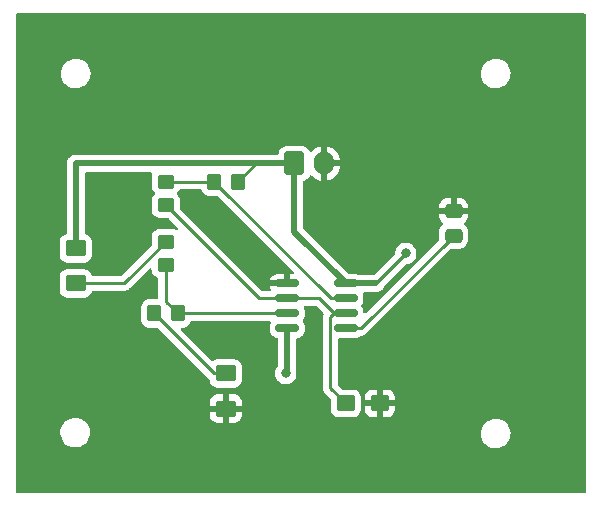
<source format=gbr>
%TF.GenerationSoftware,KiCad,Pcbnew,7.0.10*%
%TF.CreationDate,2024-01-18T11:30:14-08:00*%
%TF.ProjectId,week2,7765656b-322e-46b6-9963-61645f706362,rev?*%
%TF.SameCoordinates,Original*%
%TF.FileFunction,Copper,L1,Top*%
%TF.FilePolarity,Positive*%
%FSLAX46Y46*%
G04 Gerber Fmt 4.6, Leading zero omitted, Abs format (unit mm)*
G04 Created by KiCad (PCBNEW 7.0.10) date 2024-01-18 11:30:14*
%MOMM*%
%LPD*%
G01*
G04 APERTURE LIST*
G04 Aperture macros list*
%AMRoundRect*
0 Rectangle with rounded corners*
0 $1 Rounding radius*
0 $2 $3 $4 $5 $6 $7 $8 $9 X,Y pos of 4 corners*
0 Add a 4 corners polygon primitive as box body*
4,1,4,$2,$3,$4,$5,$6,$7,$8,$9,$2,$3,0*
0 Add four circle primitives for the rounded corners*
1,1,$1+$1,$2,$3*
1,1,$1+$1,$4,$5*
1,1,$1+$1,$6,$7*
1,1,$1+$1,$8,$9*
0 Add four rect primitives between the rounded corners*
20,1,$1+$1,$2,$3,$4,$5,0*
20,1,$1+$1,$4,$5,$6,$7,0*
20,1,$1+$1,$6,$7,$8,$9,0*
20,1,$1+$1,$8,$9,$2,$3,0*%
G04 Aperture macros list end*
%TA.AperFunction,SMDPad,CuDef*%
%ADD10RoundRect,0.250000X0.350000X0.450000X-0.350000X0.450000X-0.350000X-0.450000X0.350000X-0.450000X0*%
%TD*%
%TA.AperFunction,SMDPad,CuDef*%
%ADD11RoundRect,0.150000X-0.825000X-0.150000X0.825000X-0.150000X0.825000X0.150000X-0.825000X0.150000X0*%
%TD*%
%TA.AperFunction,SMDPad,CuDef*%
%ADD12RoundRect,0.250000X-0.450000X0.350000X-0.450000X-0.350000X0.450000X-0.350000X0.450000X0.350000X0*%
%TD*%
%TA.AperFunction,SMDPad,CuDef*%
%ADD13RoundRect,0.250001X0.624999X-0.462499X0.624999X0.462499X-0.624999X0.462499X-0.624999X-0.462499X0*%
%TD*%
%TA.AperFunction,SMDPad,CuDef*%
%ADD14RoundRect,0.250000X-0.537500X-0.425000X0.537500X-0.425000X0.537500X0.425000X-0.537500X0.425000X0*%
%TD*%
%TA.AperFunction,ComponentPad*%
%ADD15RoundRect,0.250000X-0.600000X-0.750000X0.600000X-0.750000X0.600000X0.750000X-0.600000X0.750000X0*%
%TD*%
%TA.AperFunction,ComponentPad*%
%ADD16O,1.700000X2.000000*%
%TD*%
%TA.AperFunction,SMDPad,CuDef*%
%ADD17RoundRect,0.250000X0.475000X-0.337500X0.475000X0.337500X-0.475000X0.337500X-0.475000X-0.337500X0*%
%TD*%
%TA.AperFunction,ViaPad*%
%ADD18C,0.800000*%
%TD*%
%TA.AperFunction,Conductor*%
%ADD19C,0.250000*%
%TD*%
%TA.AperFunction,Conductor*%
%ADD20C,0.500000*%
%TD*%
G04 APERTURE END LIST*
D10*
%TO.P,R4,1*%
%TO.N,/pin_3*%
X158480000Y-109220000D03*
%TO.P,R4,2*%
%TO.N,Net-(D2-A)*%
X156480000Y-109220000D03*
%TD*%
D11*
%TO.P,U1,1,GND*%
%TO.N,GND*%
X167770000Y-106680000D03*
%TO.P,U1,2,TR*%
%TO.N,/pin_2*%
X167770000Y-107950000D03*
%TO.P,U1,3,Q*%
%TO.N,/pin_3*%
X167770000Y-109220000D03*
%TO.P,U1,4,R*%
%TO.N,+9V*%
X167770000Y-110490000D03*
%TO.P,U1,5,CV*%
%TO.N,Net-(U1-CV)*%
X172720000Y-110490000D03*
%TO.P,U1,6,THR*%
%TO.N,/pin_2*%
X172720000Y-109220000D03*
%TO.P,U1,7,DIS*%
%TO.N,/pin_7*%
X172720000Y-107950000D03*
%TO.P,U1,8,VCC*%
%TO.N,+9V*%
X172720000Y-106680000D03*
%TD*%
D12*
%TO.P,R2,1*%
%TO.N,/pin_7*%
X157480000Y-98060000D03*
%TO.P,R2,2*%
%TO.N,/pin_2*%
X157480000Y-100060000D03*
%TD*%
%TO.P,R3,1*%
%TO.N,Net-(D1-K)*%
X157480000Y-103140000D03*
%TO.P,R3,2*%
%TO.N,/pin_3*%
X157480000Y-105140000D03*
%TD*%
D13*
%TO.P,D1,1,K*%
%TO.N,Net-(D1-K)*%
X149860000Y-106680000D03*
%TO.P,D1,2,A*%
%TO.N,+9V*%
X149860000Y-103705000D03*
%TD*%
D10*
%TO.P,R1,1*%
%TO.N,+9V*%
X163560000Y-98060000D03*
%TO.P,R1,2*%
%TO.N,/pin_7*%
X161560000Y-98060000D03*
%TD*%
D13*
%TO.P,D2,1,K*%
%TO.N,GND*%
X162560000Y-117275000D03*
%TO.P,D2,2,A*%
%TO.N,Net-(D2-A)*%
X162560000Y-114300000D03*
%TD*%
D14*
%TO.P,C1,1*%
%TO.N,/pin_2*%
X172720000Y-116840000D03*
%TO.P,C1,2*%
%TO.N,GND*%
X175595000Y-116840000D03*
%TD*%
D15*
%TO.P,J1,1,Pin_1*%
%TO.N,+9V*%
X168367500Y-96520000D03*
D16*
%TO.P,J1,2,Pin_2*%
%TO.N,GND*%
X170867500Y-96520000D03*
%TD*%
D17*
%TO.P,C2,1*%
%TO.N,Net-(U1-CV)*%
X181842500Y-102637500D03*
%TO.P,C2,2*%
%TO.N,GND*%
X181842500Y-100562500D03*
%TD*%
D18*
%TO.N,GND*%
X162560000Y-93980000D03*
X162560000Y-101600000D03*
%TO.N,+9V*%
X177800000Y-104140000D03*
X167640000Y-114300000D03*
%TD*%
D19*
%TO.N,/pin_2*%
X172720000Y-116840000D02*
X171420000Y-115540000D01*
X171420000Y-115540000D02*
X171420000Y-109545001D01*
X170475001Y-107950000D02*
X167770000Y-107950000D01*
X157480000Y-100060000D02*
X165370000Y-107950000D01*
X172720000Y-109220000D02*
X171745001Y-109220000D01*
X165370000Y-107950000D02*
X167770000Y-107950000D01*
X171745001Y-109220000D02*
X170475001Y-107950000D01*
X171420000Y-109545001D02*
X171745001Y-109220000D01*
%TO.N,Net-(U1-CV)*%
X173990000Y-110490000D02*
X172720000Y-110490000D01*
X181842500Y-102637500D02*
X173990000Y-110490000D01*
%TO.N,Net-(D1-K)*%
X153940000Y-106680000D02*
X157480000Y-103140000D01*
X149860000Y-106680000D02*
X153940000Y-106680000D01*
D20*
%TO.N,+9V*%
X167770000Y-110490000D02*
X167770000Y-114170000D01*
X168367500Y-102327500D02*
X172720000Y-106680000D01*
X149860000Y-96520000D02*
X149860000Y-103705000D01*
D19*
X177800000Y-104140000D02*
X175260000Y-106680000D01*
D20*
X168367500Y-96520000D02*
X168367500Y-102327500D01*
D19*
X165100000Y-96520000D02*
X163560000Y-98060000D01*
D20*
X175260000Y-106680000D02*
X172720000Y-106680000D01*
D19*
X167770000Y-114170000D02*
X167640000Y-114300000D01*
X168367500Y-96520000D02*
X165100000Y-96520000D01*
D20*
X168367500Y-96520000D02*
X149860000Y-96520000D01*
D19*
%TO.N,Net-(D2-A)*%
X161560000Y-114300000D02*
X156480000Y-109220000D01*
X162560000Y-114300000D02*
X161560000Y-114300000D01*
%TO.N,/pin_7*%
X161560000Y-98060000D02*
X171450000Y-107950000D01*
X157480000Y-98060000D02*
X161560000Y-98060000D01*
X171450000Y-107950000D02*
X172720000Y-107950000D01*
%TO.N,/pin_3*%
X157480000Y-105140000D02*
X157480000Y-108220000D01*
X158480000Y-109220000D02*
X167770000Y-109220000D01*
X157480000Y-108220000D02*
X158480000Y-109220000D01*
%TD*%
%TA.AperFunction,Conductor*%
%TO.N,GND*%
G36*
X160455022Y-98705185D02*
G01*
X160500777Y-98757989D01*
X160505686Y-98770489D01*
X160525186Y-98829334D01*
X160617288Y-98978656D01*
X160741344Y-99102712D01*
X160890666Y-99194814D01*
X161057203Y-99249999D01*
X161159991Y-99260500D01*
X161824547Y-99260499D01*
X161891586Y-99280183D01*
X161912228Y-99296818D01*
X168283728Y-105668319D01*
X168317213Y-105729642D01*
X168312229Y-105799334D01*
X168270357Y-105855267D01*
X168204893Y-105879684D01*
X168196047Y-105880000D01*
X168020000Y-105880000D01*
X168020000Y-106806000D01*
X168000315Y-106873039D01*
X167947511Y-106918794D01*
X167896000Y-106930000D01*
X166297705Y-106930000D01*
X166297704Y-106930001D01*
X166297899Y-106932486D01*
X166343718Y-107090198D01*
X166371621Y-107137379D01*
X166388804Y-107205103D01*
X166366644Y-107271365D01*
X166312178Y-107315129D01*
X166264889Y-107324500D01*
X165680452Y-107324500D01*
X165613413Y-107304815D01*
X165592771Y-107288181D01*
X164734588Y-106429998D01*
X166297704Y-106429998D01*
X166297705Y-106430000D01*
X167520000Y-106430000D01*
X167520000Y-105880000D01*
X166879350Y-105880000D01*
X166842510Y-105882899D01*
X166842504Y-105882900D01*
X166684806Y-105928716D01*
X166684803Y-105928717D01*
X166543447Y-106012314D01*
X166543438Y-106012321D01*
X166427321Y-106128438D01*
X166427314Y-106128447D01*
X166343718Y-106269801D01*
X166297899Y-106427513D01*
X166297704Y-106429998D01*
X164734588Y-106429998D01*
X158716818Y-100412227D01*
X158683333Y-100350904D01*
X158680499Y-100324546D01*
X158680499Y-99659998D01*
X158680498Y-99659981D01*
X158669999Y-99557203D01*
X158669998Y-99557200D01*
X158614814Y-99390666D01*
X158522712Y-99241344D01*
X158429049Y-99147681D01*
X158395564Y-99086358D01*
X158400548Y-99016666D01*
X158429049Y-98972319D01*
X158522712Y-98878656D01*
X158605519Y-98744402D01*
X158657467Y-98697679D01*
X158711058Y-98685500D01*
X160387983Y-98685500D01*
X160455022Y-98705185D01*
G37*
%TD.AperFunction*%
%TA.AperFunction,Conductor*%
G36*
X192982539Y-83840185D02*
G01*
X193028294Y-83892989D01*
X193039500Y-83944500D01*
X193039500Y-124335500D01*
X193019815Y-124402539D01*
X192967011Y-124448294D01*
X192915500Y-124459500D01*
X144904500Y-124459500D01*
X144837461Y-124439815D01*
X144791706Y-124387011D01*
X144780500Y-124335500D01*
X144780500Y-119367985D01*
X148553045Y-119367985D01*
X148583260Y-119591042D01*
X148583261Y-119591045D01*
X148652818Y-119805120D01*
X148759481Y-120003333D01*
X148759483Y-120003336D01*
X148899824Y-120179318D01*
X148899826Y-120179319D01*
X148899827Y-120179321D01*
X149069339Y-120327420D01*
X149262571Y-120442870D01*
X149444676Y-120511215D01*
X149473311Y-120521962D01*
X149694785Y-120562155D01*
X149694788Y-120562155D01*
X149863483Y-120562155D01*
X149863490Y-120562155D01*
X150031523Y-120547032D01*
X150031527Y-120547031D01*
X150248495Y-120487151D01*
X150248497Y-120487150D01*
X150248505Y-120487148D01*
X150451308Y-120389484D01*
X150633413Y-120257177D01*
X150788967Y-120094480D01*
X150912970Y-119906623D01*
X150927143Y-119873465D01*
X151001435Y-119699650D01*
X151001434Y-119699650D01*
X151001438Y-119699643D01*
X151051526Y-119480192D01*
X151053496Y-119436330D01*
X184165710Y-119436330D01*
X184195925Y-119659387D01*
X184195926Y-119659390D01*
X184265483Y-119873465D01*
X184372146Y-120071678D01*
X184372148Y-120071681D01*
X184512489Y-120247663D01*
X184512491Y-120247664D01*
X184512492Y-120247666D01*
X184682004Y-120395765D01*
X184875236Y-120511215D01*
X185085976Y-120590307D01*
X185307450Y-120630500D01*
X185307453Y-120630500D01*
X185476148Y-120630500D01*
X185476155Y-120630500D01*
X185644188Y-120615377D01*
X185644192Y-120615376D01*
X185861160Y-120555496D01*
X185861162Y-120555495D01*
X185861170Y-120555493D01*
X186063973Y-120457829D01*
X186246078Y-120325522D01*
X186401632Y-120162825D01*
X186525635Y-119974968D01*
X186614103Y-119767988D01*
X186664191Y-119548537D01*
X186674290Y-119323670D01*
X186644075Y-119100613D01*
X186574517Y-118886536D01*
X186467852Y-118688319D01*
X186340664Y-118528831D01*
X186327510Y-118512336D01*
X186287072Y-118477006D01*
X186157996Y-118364235D01*
X185964764Y-118248785D01*
X185846775Y-118204503D01*
X185754023Y-118169692D01*
X185532550Y-118129500D01*
X185532547Y-118129500D01*
X185363845Y-118129500D01*
X185325399Y-118132960D01*
X185195813Y-118144622D01*
X185195807Y-118144623D01*
X184978839Y-118204503D01*
X184978826Y-118204508D01*
X184776033Y-118302167D01*
X184776025Y-118302171D01*
X184593927Y-118434473D01*
X184593925Y-118434474D01*
X184438366Y-118597176D01*
X184314363Y-118785033D01*
X184225899Y-118992004D01*
X184225895Y-118992017D01*
X184175810Y-119211457D01*
X184175808Y-119211468D01*
X184168779Y-119367985D01*
X184165710Y-119436330D01*
X151053496Y-119436330D01*
X151061625Y-119255325D01*
X151031410Y-119032268D01*
X150961852Y-118818191D01*
X150855187Y-118619974D01*
X150749541Y-118487499D01*
X150714845Y-118443991D01*
X150689512Y-118421858D01*
X150545331Y-118295890D01*
X150352099Y-118180440D01*
X150216370Y-118129500D01*
X150141358Y-118101347D01*
X149919885Y-118061155D01*
X149919882Y-118061155D01*
X149751180Y-118061155D01*
X149712734Y-118064615D01*
X149583148Y-118076277D01*
X149583142Y-118076278D01*
X149366174Y-118136158D01*
X149366161Y-118136163D01*
X149163368Y-118233822D01*
X149163360Y-118233826D01*
X148981262Y-118366128D01*
X148981260Y-118366129D01*
X148825701Y-118528831D01*
X148701698Y-118716688D01*
X148613234Y-118923659D01*
X148613230Y-118923672D01*
X148563145Y-119143112D01*
X148563143Y-119143123D01*
X148558104Y-119255329D01*
X148553045Y-119367985D01*
X144780500Y-119367985D01*
X144780500Y-117525000D01*
X161185000Y-117525000D01*
X161185000Y-117787485D01*
X161195493Y-117890189D01*
X161195494Y-117890196D01*
X161250641Y-118056618D01*
X161250643Y-118056623D01*
X161342684Y-118205844D01*
X161466655Y-118329815D01*
X161615876Y-118421856D01*
X161615881Y-118421858D01*
X161782303Y-118477005D01*
X161782310Y-118477006D01*
X161885014Y-118487499D01*
X161885027Y-118487500D01*
X162310000Y-118487500D01*
X162310000Y-117525000D01*
X162810000Y-117525000D01*
X162810000Y-118487500D01*
X163234973Y-118487500D01*
X163234985Y-118487499D01*
X163337689Y-118477006D01*
X163337696Y-118477005D01*
X163504118Y-118421858D01*
X163504123Y-118421856D01*
X163653344Y-118329815D01*
X163777315Y-118205844D01*
X163869356Y-118056623D01*
X163869358Y-118056618D01*
X163924505Y-117890196D01*
X163924506Y-117890189D01*
X163934999Y-117787485D01*
X163935000Y-117787472D01*
X163935000Y-117525000D01*
X162810000Y-117525000D01*
X162310000Y-117525000D01*
X161185000Y-117525000D01*
X144780500Y-117525000D01*
X144780500Y-117025000D01*
X161185000Y-117025000D01*
X162310000Y-117025000D01*
X162310000Y-116062500D01*
X162810000Y-116062500D01*
X162810000Y-117025000D01*
X163935000Y-117025000D01*
X163935000Y-116762527D01*
X163934999Y-116762514D01*
X163924506Y-116659810D01*
X163924505Y-116659803D01*
X163869358Y-116493381D01*
X163869356Y-116493376D01*
X163777315Y-116344155D01*
X163653344Y-116220184D01*
X163504123Y-116128143D01*
X163504118Y-116128141D01*
X163337696Y-116072994D01*
X163337689Y-116072993D01*
X163234985Y-116062500D01*
X162810000Y-116062500D01*
X162310000Y-116062500D01*
X161885014Y-116062500D01*
X161782310Y-116072993D01*
X161782303Y-116072994D01*
X161615881Y-116128141D01*
X161615876Y-116128143D01*
X161466655Y-116220184D01*
X161342684Y-116344155D01*
X161250643Y-116493376D01*
X161250641Y-116493381D01*
X161195494Y-116659803D01*
X161195493Y-116659810D01*
X161185000Y-116762514D01*
X161185000Y-117025000D01*
X144780500Y-117025000D01*
X144780500Y-107192515D01*
X148484500Y-107192515D01*
X148495000Y-107295295D01*
X148495001Y-107295297D01*
X148514863Y-107355235D01*
X148550186Y-107461835D01*
X148550187Y-107461837D01*
X148642286Y-107611151D01*
X148642289Y-107611155D01*
X148766344Y-107735210D01*
X148766348Y-107735213D01*
X148915662Y-107827312D01*
X148915664Y-107827313D01*
X148915666Y-107827314D01*
X149082203Y-107882499D01*
X149184992Y-107893000D01*
X149184997Y-107893000D01*
X150535003Y-107893000D01*
X150535008Y-107893000D01*
X150637797Y-107882499D01*
X150804334Y-107827314D01*
X150953655Y-107735211D01*
X151077711Y-107611155D01*
X151169814Y-107461834D01*
X151193453Y-107390495D01*
X151233226Y-107333051D01*
X151297742Y-107306228D01*
X151311159Y-107305500D01*
X153857257Y-107305500D01*
X153872877Y-107307224D01*
X153872904Y-107306939D01*
X153880660Y-107307671D01*
X153880667Y-107307673D01*
X153947873Y-107305561D01*
X153951768Y-107305500D01*
X153979346Y-107305500D01*
X153979350Y-107305500D01*
X153983324Y-107304997D01*
X153994963Y-107304080D01*
X154038627Y-107302709D01*
X154057869Y-107297117D01*
X154076912Y-107293174D01*
X154096792Y-107290664D01*
X154137401Y-107274585D01*
X154148444Y-107270803D01*
X154190390Y-107258618D01*
X154207629Y-107248422D01*
X154225103Y-107239862D01*
X154243727Y-107232488D01*
X154243727Y-107232487D01*
X154243732Y-107232486D01*
X154279083Y-107206800D01*
X154288814Y-107200408D01*
X154326420Y-107178170D01*
X154340589Y-107163999D01*
X154355379Y-107151368D01*
X154371587Y-107139594D01*
X154399438Y-107105926D01*
X154407279Y-107097309D01*
X156067821Y-105436767D01*
X156129142Y-105403284D01*
X156198834Y-105408268D01*
X156254767Y-105450140D01*
X156279184Y-105515604D01*
X156279500Y-105524443D01*
X156279500Y-105539997D01*
X156279501Y-105540019D01*
X156290000Y-105642796D01*
X156290001Y-105642799D01*
X156345185Y-105809331D01*
X156345187Y-105809336D01*
X156376323Y-105859815D01*
X156437288Y-105958656D01*
X156561344Y-106082712D01*
X156710666Y-106174814D01*
X156710668Y-106174815D01*
X156731110Y-106181588D01*
X156769502Y-106194310D01*
X156826947Y-106234081D01*
X156853772Y-106298596D01*
X156854500Y-106312016D01*
X156854500Y-107895500D01*
X156834815Y-107962539D01*
X156782011Y-108008294D01*
X156730500Y-108019500D01*
X156079998Y-108019500D01*
X156079980Y-108019501D01*
X155977203Y-108030000D01*
X155977200Y-108030001D01*
X155810668Y-108085185D01*
X155810663Y-108085187D01*
X155661342Y-108177289D01*
X155537289Y-108301342D01*
X155445187Y-108450663D01*
X155445185Y-108450668D01*
X155431266Y-108492673D01*
X155390001Y-108617203D01*
X155390001Y-108617204D01*
X155390000Y-108617204D01*
X155379500Y-108719983D01*
X155379500Y-109720001D01*
X155379501Y-109720019D01*
X155390000Y-109822796D01*
X155390001Y-109822799D01*
X155426177Y-109931969D01*
X155445186Y-109989334D01*
X155537288Y-110138656D01*
X155661344Y-110262712D01*
X155810666Y-110354814D01*
X155977203Y-110409999D01*
X156079991Y-110420500D01*
X156744546Y-110420499D01*
X156811585Y-110440183D01*
X156832227Y-110456818D01*
X161059197Y-114683788D01*
X161069022Y-114696051D01*
X161069243Y-114695869D01*
X161074211Y-114701874D01*
X161123222Y-114747899D01*
X161126021Y-114750612D01*
X161145532Y-114770123D01*
X161147179Y-114771576D01*
X161147511Y-114772103D01*
X161148285Y-114772877D01*
X161148109Y-114773052D01*
X161184447Y-114830676D01*
X161188532Y-114851983D01*
X161195000Y-114915295D01*
X161195001Y-114915296D01*
X161250186Y-115081835D01*
X161250187Y-115081837D01*
X161342286Y-115231151D01*
X161342289Y-115231155D01*
X161466344Y-115355210D01*
X161466348Y-115355213D01*
X161615662Y-115447312D01*
X161615664Y-115447313D01*
X161615666Y-115447314D01*
X161782203Y-115502499D01*
X161884992Y-115513000D01*
X161884997Y-115513000D01*
X163235003Y-115513000D01*
X163235008Y-115513000D01*
X163337797Y-115502499D01*
X163504334Y-115447314D01*
X163653655Y-115355211D01*
X163777711Y-115231155D01*
X163869814Y-115081834D01*
X163924999Y-114915297D01*
X163935500Y-114812508D01*
X163935500Y-113787492D01*
X163924999Y-113684703D01*
X163869814Y-113518166D01*
X163777711Y-113368845D01*
X163653655Y-113244789D01*
X163653651Y-113244786D01*
X163504337Y-113152687D01*
X163504335Y-113152686D01*
X163421065Y-113125093D01*
X163337797Y-113097501D01*
X163337795Y-113097500D01*
X163235015Y-113087000D01*
X163235008Y-113087000D01*
X161884992Y-113087000D01*
X161884984Y-113087000D01*
X161782204Y-113097500D01*
X161782203Y-113097501D01*
X161615667Y-113152685D01*
X161502190Y-113222679D01*
X161434797Y-113241119D01*
X161368134Y-113220196D01*
X161349412Y-113204821D01*
X158776771Y-110632180D01*
X158743286Y-110570857D01*
X158748270Y-110501165D01*
X158790142Y-110445232D01*
X158855606Y-110420815D01*
X158864452Y-110420499D01*
X158880002Y-110420499D01*
X158880008Y-110420499D01*
X158982797Y-110409999D01*
X159149334Y-110354814D01*
X159298656Y-110262712D01*
X159422712Y-110138656D01*
X159514814Y-109989334D01*
X159534311Y-109930493D01*
X159574084Y-109873051D01*
X159638600Y-109846228D01*
X159652017Y-109845500D01*
X166264308Y-109845500D01*
X166331347Y-109865185D01*
X166377102Y-109917989D01*
X166387046Y-109987147D01*
X166371041Y-110032620D01*
X166343254Y-110079605D01*
X166343254Y-110079606D01*
X166297402Y-110237426D01*
X166297401Y-110237432D01*
X166294500Y-110274298D01*
X166294500Y-110705701D01*
X166297401Y-110742567D01*
X166297402Y-110742573D01*
X166343254Y-110900393D01*
X166343255Y-110900396D01*
X166343256Y-110900398D01*
X166352449Y-110915942D01*
X166426917Y-111041862D01*
X166426923Y-111041870D01*
X166543129Y-111158076D01*
X166543133Y-111158079D01*
X166543135Y-111158081D01*
X166684602Y-111241744D01*
X166726224Y-111253836D01*
X166842426Y-111287597D01*
X166842429Y-111287597D01*
X166842431Y-111287598D01*
X166879306Y-111290500D01*
X166895500Y-111290500D01*
X166962539Y-111310185D01*
X167008294Y-111362989D01*
X167019500Y-111414500D01*
X167019500Y-113595759D01*
X166999815Y-113662798D01*
X166987650Y-113678731D01*
X166907466Y-113767784D01*
X166812821Y-113931715D01*
X166812818Y-113931722D01*
X166756392Y-114105386D01*
X166754326Y-114111744D01*
X166734540Y-114300000D01*
X166754326Y-114488256D01*
X166754327Y-114488259D01*
X166812818Y-114668277D01*
X166812821Y-114668284D01*
X166907467Y-114832216D01*
X166982272Y-114915295D01*
X167034129Y-114972888D01*
X167187265Y-115084148D01*
X167187270Y-115084151D01*
X167360192Y-115161142D01*
X167360197Y-115161144D01*
X167545354Y-115200500D01*
X167545355Y-115200500D01*
X167734644Y-115200500D01*
X167734646Y-115200500D01*
X167919803Y-115161144D01*
X168092730Y-115084151D01*
X168245871Y-114972888D01*
X168372533Y-114832216D01*
X168467179Y-114668284D01*
X168525674Y-114488256D01*
X168545460Y-114300000D01*
X168525674Y-114111744D01*
X168525671Y-114111736D01*
X168524322Y-114105386D01*
X168525098Y-114105220D01*
X168520500Y-114076181D01*
X168520500Y-111414500D01*
X168540185Y-111347461D01*
X168592989Y-111301706D01*
X168644500Y-111290500D01*
X168660686Y-111290500D01*
X168660694Y-111290500D01*
X168697569Y-111287598D01*
X168697571Y-111287597D01*
X168697573Y-111287597D01*
X168739191Y-111275505D01*
X168855398Y-111241744D01*
X168996865Y-111158081D01*
X169113081Y-111041865D01*
X169196744Y-110900398D01*
X169242598Y-110742569D01*
X169245500Y-110705694D01*
X169245500Y-110274306D01*
X169242598Y-110237431D01*
X169196744Y-110079602D01*
X169113081Y-109938135D01*
X169113078Y-109938132D01*
X169108298Y-109931969D01*
X169110750Y-109930066D01*
X169084155Y-109881421D01*
X169089104Y-109811726D01*
X169109940Y-109779304D01*
X169108298Y-109778031D01*
X169113075Y-109771870D01*
X169113081Y-109771865D01*
X169196744Y-109630398D01*
X169242598Y-109472569D01*
X169245500Y-109435694D01*
X169245500Y-109004306D01*
X169242598Y-108967431D01*
X169196744Y-108809602D01*
X169168958Y-108762619D01*
X169151778Y-108694896D01*
X169173938Y-108628634D01*
X169228404Y-108584871D01*
X169275692Y-108575500D01*
X170164549Y-108575500D01*
X170231588Y-108595185D01*
X170252230Y-108611819D01*
X170810366Y-109169955D01*
X170843851Y-109231278D01*
X170838867Y-109300970D01*
X170836382Y-109306392D01*
X170833804Y-109312904D01*
X170828822Y-109332308D01*
X170822521Y-109350711D01*
X170814562Y-109369103D01*
X170814561Y-109369106D01*
X170807728Y-109412244D01*
X170805360Y-109423675D01*
X170794501Y-109465972D01*
X170794500Y-109465983D01*
X170794500Y-109486017D01*
X170792973Y-109505416D01*
X170789840Y-109525195D01*
X170789840Y-109525196D01*
X170793950Y-109568675D01*
X170794500Y-109580344D01*
X170794500Y-115457255D01*
X170792775Y-115472872D01*
X170793061Y-115472899D01*
X170792326Y-115480665D01*
X170794439Y-115547872D01*
X170794500Y-115551767D01*
X170794500Y-115579357D01*
X170795003Y-115583335D01*
X170795918Y-115594967D01*
X170797290Y-115638624D01*
X170797291Y-115638627D01*
X170802880Y-115657867D01*
X170806824Y-115676911D01*
X170809336Y-115696792D01*
X170825414Y-115737403D01*
X170829197Y-115748452D01*
X170841381Y-115790388D01*
X170851580Y-115807634D01*
X170860138Y-115825103D01*
X170867514Y-115843732D01*
X170893181Y-115879060D01*
X170899593Y-115888821D01*
X170921828Y-115926417D01*
X170921833Y-115926424D01*
X170935990Y-115940580D01*
X170948628Y-115955376D01*
X170960405Y-115971586D01*
X170960406Y-115971587D01*
X170994057Y-115999425D01*
X171002698Y-116007288D01*
X171395681Y-116400271D01*
X171429166Y-116461594D01*
X171432000Y-116487952D01*
X171432000Y-117315001D01*
X171432001Y-117315019D01*
X171442500Y-117417796D01*
X171442501Y-117417799D01*
X171497615Y-117584119D01*
X171497686Y-117584334D01*
X171589788Y-117733656D01*
X171713844Y-117857712D01*
X171863166Y-117949814D01*
X172029703Y-118004999D01*
X172132491Y-118015500D01*
X173307508Y-118015499D01*
X173410297Y-118004999D01*
X173576834Y-117949814D01*
X173726156Y-117857712D01*
X173850212Y-117733656D01*
X173942314Y-117584334D01*
X173997499Y-117417797D01*
X174008000Y-117315009D01*
X174008000Y-117090000D01*
X174307501Y-117090000D01*
X174307501Y-117314986D01*
X174317994Y-117417697D01*
X174373141Y-117584119D01*
X174373143Y-117584124D01*
X174465184Y-117733345D01*
X174589154Y-117857315D01*
X174738375Y-117949356D01*
X174738380Y-117949358D01*
X174904802Y-118004505D01*
X174904809Y-118004506D01*
X175007519Y-118014999D01*
X175344999Y-118014999D01*
X175345000Y-118014998D01*
X175345000Y-117090000D01*
X175845000Y-117090000D01*
X175845000Y-118014999D01*
X176182472Y-118014999D01*
X176182486Y-118014998D01*
X176285197Y-118004505D01*
X176451619Y-117949358D01*
X176451624Y-117949356D01*
X176600845Y-117857315D01*
X176724815Y-117733345D01*
X176816856Y-117584124D01*
X176816858Y-117584119D01*
X176872005Y-117417697D01*
X176872006Y-117417690D01*
X176882499Y-117314986D01*
X176882500Y-117314973D01*
X176882500Y-117090000D01*
X175845000Y-117090000D01*
X175345000Y-117090000D01*
X174307501Y-117090000D01*
X174008000Y-117090000D01*
X174007999Y-116590000D01*
X174307500Y-116590000D01*
X175345000Y-116590000D01*
X175345000Y-115665000D01*
X175845000Y-115665000D01*
X175845000Y-116590000D01*
X176882499Y-116590000D01*
X176882499Y-116365028D01*
X176882498Y-116365013D01*
X176872005Y-116262302D01*
X176816858Y-116095880D01*
X176816856Y-116095875D01*
X176724815Y-115946654D01*
X176600845Y-115822684D01*
X176451624Y-115730643D01*
X176451619Y-115730641D01*
X176285197Y-115675494D01*
X176285190Y-115675493D01*
X176182486Y-115665000D01*
X175845000Y-115665000D01*
X175345000Y-115665000D01*
X175007528Y-115665000D01*
X175007512Y-115665001D01*
X174904802Y-115675494D01*
X174738380Y-115730641D01*
X174738375Y-115730643D01*
X174589154Y-115822684D01*
X174465184Y-115946654D01*
X174373143Y-116095875D01*
X174373141Y-116095880D01*
X174317994Y-116262302D01*
X174317993Y-116262309D01*
X174307500Y-116365013D01*
X174307500Y-116590000D01*
X174007999Y-116590000D01*
X174007999Y-116364992D01*
X174005870Y-116344155D01*
X173997499Y-116262203D01*
X173997498Y-116262200D01*
X173983575Y-116220184D01*
X173942314Y-116095666D01*
X173850212Y-115946344D01*
X173726156Y-115822288D01*
X173576834Y-115730186D01*
X173410297Y-115675001D01*
X173410295Y-115675000D01*
X173307516Y-115664500D01*
X173307509Y-115664500D01*
X172480453Y-115664500D01*
X172413414Y-115644815D01*
X172392772Y-115628181D01*
X172081819Y-115317228D01*
X172048334Y-115255905D01*
X172045500Y-115229547D01*
X172045500Y-111414500D01*
X172065185Y-111347461D01*
X172117989Y-111301706D01*
X172169500Y-111290500D01*
X173610686Y-111290500D01*
X173610694Y-111290500D01*
X173647569Y-111287598D01*
X173647571Y-111287597D01*
X173647573Y-111287597D01*
X173689191Y-111275505D01*
X173805398Y-111241744D01*
X173946865Y-111158081D01*
X173953653Y-111151291D01*
X174014974Y-111117806D01*
X174025782Y-111115951D01*
X174029349Y-111115500D01*
X174029350Y-111115500D01*
X174033319Y-111114998D01*
X174044963Y-111114080D01*
X174088627Y-111112709D01*
X174107869Y-111107117D01*
X174126912Y-111103174D01*
X174146792Y-111100664D01*
X174187401Y-111084585D01*
X174198444Y-111080803D01*
X174240390Y-111068618D01*
X174257629Y-111058422D01*
X174275103Y-111049862D01*
X174293727Y-111042488D01*
X174293727Y-111042487D01*
X174293732Y-111042486D01*
X174329083Y-111016800D01*
X174338814Y-111010408D01*
X174376420Y-110988170D01*
X174390589Y-110973999D01*
X174405379Y-110961368D01*
X174421587Y-110949594D01*
X174449438Y-110915926D01*
X174457279Y-110907309D01*
X181602772Y-103761818D01*
X181664095Y-103728333D01*
X181690453Y-103725499D01*
X182367502Y-103725499D01*
X182367508Y-103725499D01*
X182470297Y-103714999D01*
X182636834Y-103659814D01*
X182786156Y-103567712D01*
X182910212Y-103443656D01*
X183002314Y-103294334D01*
X183057499Y-103127797D01*
X183068000Y-103025009D01*
X183067999Y-102249992D01*
X183060649Y-102178044D01*
X183057499Y-102147203D01*
X183057498Y-102147200D01*
X183043576Y-102105186D01*
X183002314Y-101980666D01*
X182910212Y-101831344D01*
X182786156Y-101707288D01*
X182782842Y-101705243D01*
X182781046Y-101703248D01*
X182780489Y-101702807D01*
X182780564Y-101702711D01*
X182736118Y-101653297D01*
X182724897Y-101584334D01*
X182752740Y-101520252D01*
X182782848Y-101494165D01*
X182785842Y-101492318D01*
X182909815Y-101368345D01*
X183001856Y-101219124D01*
X183001858Y-101219119D01*
X183057005Y-101052697D01*
X183057006Y-101052690D01*
X183067499Y-100949986D01*
X183067500Y-100949973D01*
X183067500Y-100812500D01*
X180617501Y-100812500D01*
X180617501Y-100949986D01*
X180627994Y-101052697D01*
X180683141Y-101219119D01*
X180683143Y-101219124D01*
X180775184Y-101368345D01*
X180899155Y-101492316D01*
X180899159Y-101492319D01*
X180902156Y-101494168D01*
X180903779Y-101495972D01*
X180904823Y-101496798D01*
X180904681Y-101496976D01*
X180948881Y-101546116D01*
X180960102Y-101615079D01*
X180932259Y-101679161D01*
X180902161Y-101705241D01*
X180898849Y-101707283D01*
X180898843Y-101707288D01*
X180774789Y-101831342D01*
X180682687Y-101980663D01*
X180682685Y-101980668D01*
X180670768Y-102016632D01*
X180627501Y-102147203D01*
X180627501Y-102147204D01*
X180627500Y-102147204D01*
X180617000Y-102249983D01*
X180617000Y-102927046D01*
X180597315Y-102994085D01*
X180580681Y-103014727D01*
X174407181Y-109188227D01*
X174345858Y-109221712D01*
X174276166Y-109216728D01*
X174220233Y-109174856D01*
X174195816Y-109109392D01*
X174195500Y-109100546D01*
X174195500Y-109004313D01*
X174195499Y-109004298D01*
X174192598Y-108967432D01*
X174192597Y-108967426D01*
X174146745Y-108809606D01*
X174146744Y-108809603D01*
X174146744Y-108809602D01*
X174063081Y-108668135D01*
X174063078Y-108668132D01*
X174058298Y-108661969D01*
X174060750Y-108660066D01*
X174034155Y-108611421D01*
X174039104Y-108541726D01*
X174059940Y-108509304D01*
X174058298Y-108508031D01*
X174063075Y-108501870D01*
X174063081Y-108501865D01*
X174146744Y-108360398D01*
X174192598Y-108202569D01*
X174195500Y-108165694D01*
X174195500Y-107734306D01*
X174192598Y-107697431D01*
X174192597Y-107697426D01*
X174161124Y-107589095D01*
X174161323Y-107519225D01*
X174199265Y-107460555D01*
X174262904Y-107431712D01*
X174280200Y-107430500D01*
X175303701Y-107430500D01*
X175303709Y-107430500D01*
X175434255Y-107415241D01*
X175599117Y-107355237D01*
X175745696Y-107258830D01*
X175866092Y-107131218D01*
X175953812Y-106979281D01*
X175991201Y-106854392D01*
X176022308Y-106802280D01*
X177747772Y-105076819D01*
X177809095Y-105043334D01*
X177835453Y-105040500D01*
X177894644Y-105040500D01*
X177894646Y-105040500D01*
X178079803Y-105001144D01*
X178252730Y-104924151D01*
X178405871Y-104812888D01*
X178532533Y-104672216D01*
X178627179Y-104508284D01*
X178685674Y-104328256D01*
X178705460Y-104140000D01*
X178685674Y-103951744D01*
X178627179Y-103771716D01*
X178532533Y-103607784D01*
X178405871Y-103467112D01*
X178373588Y-103443657D01*
X178252734Y-103355851D01*
X178252729Y-103355848D01*
X178079807Y-103278857D01*
X178079802Y-103278855D01*
X177934001Y-103247865D01*
X177894646Y-103239500D01*
X177705354Y-103239500D01*
X177672897Y-103246398D01*
X177520197Y-103278855D01*
X177520192Y-103278857D01*
X177347270Y-103355848D01*
X177347265Y-103355851D01*
X177194129Y-103467111D01*
X177067466Y-103607785D01*
X176972821Y-103771715D01*
X176972818Y-103771722D01*
X176960597Y-103809336D01*
X176914326Y-103951744D01*
X176896679Y-104119649D01*
X176870094Y-104184263D01*
X176861039Y-104194368D01*
X175162228Y-105893181D01*
X175100905Y-105926666D01*
X175074547Y-105929500D01*
X173827328Y-105929500D01*
X173792733Y-105924576D01*
X173647573Y-105882402D01*
X173647567Y-105882401D01*
X173610701Y-105879500D01*
X173610694Y-105879500D01*
X173032229Y-105879500D01*
X172965190Y-105859815D01*
X172944548Y-105843181D01*
X169154319Y-102052951D01*
X169120834Y-101991628D01*
X169118000Y-101965270D01*
X169118000Y-100312500D01*
X180617500Y-100312500D01*
X181592500Y-100312500D01*
X181592500Y-99475000D01*
X182092500Y-99475000D01*
X182092500Y-100312500D01*
X183067499Y-100312500D01*
X183067499Y-100175028D01*
X183067498Y-100175013D01*
X183057005Y-100072302D01*
X183001858Y-99905880D01*
X183001856Y-99905875D01*
X182909815Y-99756654D01*
X182785845Y-99632684D01*
X182636624Y-99540643D01*
X182636619Y-99540641D01*
X182470197Y-99485494D01*
X182470190Y-99485493D01*
X182367486Y-99475000D01*
X182092500Y-99475000D01*
X181592500Y-99475000D01*
X181317529Y-99475000D01*
X181317512Y-99475001D01*
X181214802Y-99485494D01*
X181048380Y-99540641D01*
X181048375Y-99540643D01*
X180899154Y-99632684D01*
X180775184Y-99756654D01*
X180683143Y-99905875D01*
X180683141Y-99905880D01*
X180627994Y-100072302D01*
X180627993Y-100072309D01*
X180617500Y-100175013D01*
X180617500Y-100312500D01*
X169118000Y-100312500D01*
X169118000Y-98100300D01*
X169137685Y-98033261D01*
X169190489Y-97987506D01*
X169202982Y-97982599D01*
X169286834Y-97954814D01*
X169436156Y-97862712D01*
X169560212Y-97738656D01*
X169652314Y-97589334D01*
X169652314Y-97589333D01*
X169655948Y-97583442D01*
X169707896Y-97536717D01*
X169776858Y-97525494D01*
X169840941Y-97553337D01*
X169849168Y-97560856D01*
X169996421Y-97708108D01*
X170189921Y-97843600D01*
X170404007Y-97943429D01*
X170404016Y-97943433D01*
X170617500Y-98000634D01*
X170617500Y-96955501D01*
X170725185Y-97004680D01*
X170831737Y-97020000D01*
X170903263Y-97020000D01*
X171009815Y-97004680D01*
X171117500Y-96955501D01*
X171117500Y-98000633D01*
X171330983Y-97943433D01*
X171330992Y-97943429D01*
X171545077Y-97843600D01*
X171545079Y-97843599D01*
X171738573Y-97708113D01*
X171738579Y-97708108D01*
X171905608Y-97541079D01*
X171905613Y-97541073D01*
X172041099Y-97347579D01*
X172041100Y-97347577D01*
X172140929Y-97133492D01*
X172140933Y-97133483D01*
X172202067Y-96905326D01*
X172202069Y-96905315D01*
X172213907Y-96770000D01*
X171301186Y-96770000D01*
X171326993Y-96729844D01*
X171367500Y-96591889D01*
X171367500Y-96448111D01*
X171326993Y-96310156D01*
X171301186Y-96270000D01*
X172213907Y-96270000D01*
X172213907Y-96269999D01*
X172202069Y-96134684D01*
X172202067Y-96134673D01*
X172140933Y-95906516D01*
X172140929Y-95906507D01*
X172041100Y-95692422D01*
X172041099Y-95692420D01*
X171905613Y-95498926D01*
X171905608Y-95498920D01*
X171738582Y-95331894D01*
X171545078Y-95196399D01*
X171330992Y-95096570D01*
X171330986Y-95096567D01*
X171117500Y-95039364D01*
X171117500Y-96084498D01*
X171009815Y-96035320D01*
X170903263Y-96020000D01*
X170831737Y-96020000D01*
X170725185Y-96035320D01*
X170617500Y-96084498D01*
X170617500Y-95039364D01*
X170617499Y-95039364D01*
X170404013Y-95096567D01*
X170404007Y-95096570D01*
X170189922Y-95196399D01*
X170189920Y-95196400D01*
X169996426Y-95331886D01*
X169849168Y-95479144D01*
X169787845Y-95512628D01*
X169718153Y-95507644D01*
X169662220Y-95465772D01*
X169655948Y-95456558D01*
X169560212Y-95301344D01*
X169436157Y-95177289D01*
X169436156Y-95177288D01*
X169286834Y-95085186D01*
X169120297Y-95030001D01*
X169120295Y-95030000D01*
X169017510Y-95019500D01*
X167717498Y-95019500D01*
X167717481Y-95019501D01*
X167614703Y-95030000D01*
X167614700Y-95030001D01*
X167448168Y-95085185D01*
X167448163Y-95085187D01*
X167298842Y-95177289D01*
X167174789Y-95301342D01*
X167082687Y-95450663D01*
X167082685Y-95450668D01*
X167027501Y-95617204D01*
X167027500Y-95617205D01*
X167023323Y-95658102D01*
X166996927Y-95722793D01*
X166939747Y-95762945D01*
X166899965Y-95769500D01*
X149885445Y-95769500D01*
X149878235Y-95769290D01*
X149816065Y-95765669D01*
X149816062Y-95765669D01*
X149754719Y-95776485D01*
X149747585Y-95777530D01*
X149685750Y-95784757D01*
X149685743Y-95784759D01*
X149675201Y-95788596D01*
X149654335Y-95794186D01*
X149643297Y-95796132D01*
X149643285Y-95796136D01*
X149586105Y-95820800D01*
X149579406Y-95823461D01*
X149520885Y-95844761D01*
X149520881Y-95844763D01*
X149511502Y-95850931D01*
X149492498Y-95861177D01*
X149482204Y-95865618D01*
X149482189Y-95865626D01*
X149432240Y-95902812D01*
X149426335Y-95906947D01*
X149374306Y-95941168D01*
X149366606Y-95949329D01*
X149350469Y-95963689D01*
X149341470Y-95970388D01*
X149341470Y-95970389D01*
X149301432Y-96018102D01*
X149296641Y-96023486D01*
X149253905Y-96068784D01*
X149248300Y-96078493D01*
X149235909Y-96096191D01*
X149228699Y-96104783D01*
X149200749Y-96160436D01*
X149197327Y-96166781D01*
X149166188Y-96220717D01*
X149166187Y-96220719D01*
X149162968Y-96231470D01*
X149154996Y-96251537D01*
X149149960Y-96261565D01*
X149149959Y-96261569D01*
X149135598Y-96322158D01*
X149133733Y-96329120D01*
X149115869Y-96388792D01*
X149115217Y-96399990D01*
X149112087Y-96421361D01*
X149109500Y-96432279D01*
X149109500Y-96494554D01*
X149109290Y-96501764D01*
X149105668Y-96563933D01*
X149105669Y-96563935D01*
X149107616Y-96574977D01*
X149109500Y-96596509D01*
X149109500Y-102403914D01*
X149089815Y-102470953D01*
X149037011Y-102516708D01*
X149024505Y-102521620D01*
X148915662Y-102557687D01*
X148766348Y-102649786D01*
X148766344Y-102649789D01*
X148642289Y-102773844D01*
X148642286Y-102773848D01*
X148550187Y-102923162D01*
X148550186Y-102923164D01*
X148495001Y-103089703D01*
X148495000Y-103089704D01*
X148484500Y-103192484D01*
X148484500Y-104217515D01*
X148495000Y-104320295D01*
X148495001Y-104320297D01*
X148522593Y-104403565D01*
X148550186Y-104486835D01*
X148550187Y-104486837D01*
X148642286Y-104636151D01*
X148642289Y-104636155D01*
X148766344Y-104760210D01*
X148766348Y-104760213D01*
X148915662Y-104852312D01*
X148915664Y-104852313D01*
X148915666Y-104852314D01*
X149082203Y-104907499D01*
X149184992Y-104918000D01*
X149184997Y-104918000D01*
X150535003Y-104918000D01*
X150535008Y-104918000D01*
X150637797Y-104907499D01*
X150804334Y-104852314D01*
X150953655Y-104760211D01*
X151077711Y-104636155D01*
X151169814Y-104486834D01*
X151224999Y-104320297D01*
X151235500Y-104217508D01*
X151235500Y-103192492D01*
X151224999Y-103089703D01*
X151169814Y-102923166D01*
X151135271Y-102867164D01*
X151077713Y-102773848D01*
X151077710Y-102773844D01*
X150953655Y-102649789D01*
X150953651Y-102649786D01*
X150804337Y-102557687D01*
X150695495Y-102521620D01*
X150638051Y-102481847D01*
X150611228Y-102417331D01*
X150610500Y-102403914D01*
X150610500Y-97394500D01*
X150630185Y-97327461D01*
X150682989Y-97281706D01*
X150734500Y-97270500D01*
X156213285Y-97270500D01*
X156280324Y-97290185D01*
X156326079Y-97342989D01*
X156336023Y-97412147D01*
X156330991Y-97433504D01*
X156290001Y-97557203D01*
X156290000Y-97557204D01*
X156279500Y-97659983D01*
X156279500Y-98460001D01*
X156279501Y-98460019D01*
X156290000Y-98562796D01*
X156290001Y-98562799D01*
X156345185Y-98729331D01*
X156345187Y-98729336D01*
X156362860Y-98757989D01*
X156406867Y-98829336D01*
X156437289Y-98878657D01*
X156530951Y-98972319D01*
X156564436Y-99033642D01*
X156559452Y-99103334D01*
X156530951Y-99147681D01*
X156437289Y-99241342D01*
X156345187Y-99390663D01*
X156345186Y-99390666D01*
X156290001Y-99557203D01*
X156290001Y-99557204D01*
X156290000Y-99557204D01*
X156279500Y-99659983D01*
X156279500Y-100460001D01*
X156279501Y-100460019D01*
X156290000Y-100562796D01*
X156290001Y-100562799D01*
X156345185Y-100729331D01*
X156345186Y-100729334D01*
X156437288Y-100878656D01*
X156561344Y-101002712D01*
X156710666Y-101094814D01*
X156877203Y-101149999D01*
X156979991Y-101160500D01*
X157644547Y-101160499D01*
X157711586Y-101180183D01*
X157732228Y-101196818D01*
X158520234Y-101984824D01*
X158553719Y-102046147D01*
X158548735Y-102115839D01*
X158506863Y-102171772D01*
X158441399Y-102196189D01*
X158373126Y-102181337D01*
X158367457Y-102178044D01*
X158249340Y-102105189D01*
X158249335Y-102105187D01*
X158249334Y-102105186D01*
X158082797Y-102050001D01*
X158082795Y-102050000D01*
X157980010Y-102039500D01*
X156979998Y-102039500D01*
X156979980Y-102039501D01*
X156877203Y-102050000D01*
X156877200Y-102050001D01*
X156710668Y-102105185D01*
X156710663Y-102105187D01*
X156561342Y-102197289D01*
X156437289Y-102321342D01*
X156345187Y-102470663D01*
X156345185Y-102470668D01*
X156335561Y-102499712D01*
X156290001Y-102637203D01*
X156290001Y-102637204D01*
X156290000Y-102637204D01*
X156279500Y-102739983D01*
X156279500Y-103404546D01*
X156259815Y-103471585D01*
X156243181Y-103492227D01*
X153717228Y-106018181D01*
X153655905Y-106051666D01*
X153629547Y-106054500D01*
X151311159Y-106054500D01*
X151244120Y-106034815D01*
X151198365Y-105982011D01*
X151193453Y-105969504D01*
X151180197Y-105929500D01*
X151169814Y-105898166D01*
X151169810Y-105898160D01*
X151169809Y-105898157D01*
X151077713Y-105748848D01*
X151077710Y-105748844D01*
X150953655Y-105624789D01*
X150953651Y-105624786D01*
X150804337Y-105532687D01*
X150804335Y-105532686D01*
X150721065Y-105505093D01*
X150637797Y-105477501D01*
X150637795Y-105477500D01*
X150535015Y-105467000D01*
X150535008Y-105467000D01*
X149184992Y-105467000D01*
X149184984Y-105467000D01*
X149082204Y-105477500D01*
X149082203Y-105477501D01*
X148915664Y-105532686D01*
X148915662Y-105532687D01*
X148766348Y-105624786D01*
X148766344Y-105624789D01*
X148642289Y-105748844D01*
X148642286Y-105748848D01*
X148550187Y-105898162D01*
X148550186Y-105898164D01*
X148495001Y-106064703D01*
X148495000Y-106064704D01*
X148484500Y-106167484D01*
X148484500Y-107192515D01*
X144780500Y-107192515D01*
X144780500Y-88956330D01*
X148605710Y-88956330D01*
X148635925Y-89179387D01*
X148635926Y-89179390D01*
X148705483Y-89393465D01*
X148812146Y-89591678D01*
X148812148Y-89591681D01*
X148952489Y-89767663D01*
X148952491Y-89767664D01*
X148952492Y-89767666D01*
X149122004Y-89915765D01*
X149315236Y-90031215D01*
X149525976Y-90110307D01*
X149747450Y-90150500D01*
X149747453Y-90150500D01*
X149916148Y-90150500D01*
X149916155Y-90150500D01*
X150084188Y-90135377D01*
X150084192Y-90135376D01*
X150301160Y-90075496D01*
X150301162Y-90075495D01*
X150301170Y-90075493D01*
X150503973Y-89977829D01*
X150686078Y-89845522D01*
X150841632Y-89682825D01*
X150965635Y-89494968D01*
X151054103Y-89287988D01*
X151104191Y-89068537D01*
X151109230Y-88956330D01*
X184165710Y-88956330D01*
X184195925Y-89179387D01*
X184195926Y-89179390D01*
X184265483Y-89393465D01*
X184372146Y-89591678D01*
X184372148Y-89591681D01*
X184512489Y-89767663D01*
X184512491Y-89767664D01*
X184512492Y-89767666D01*
X184682004Y-89915765D01*
X184875236Y-90031215D01*
X185085976Y-90110307D01*
X185307450Y-90150500D01*
X185307453Y-90150500D01*
X185476148Y-90150500D01*
X185476155Y-90150500D01*
X185644188Y-90135377D01*
X185644192Y-90135376D01*
X185861160Y-90075496D01*
X185861162Y-90075495D01*
X185861170Y-90075493D01*
X186063973Y-89977829D01*
X186246078Y-89845522D01*
X186401632Y-89682825D01*
X186525635Y-89494968D01*
X186614103Y-89287988D01*
X186664191Y-89068537D01*
X186674290Y-88843670D01*
X186644075Y-88620613D01*
X186574517Y-88406536D01*
X186467852Y-88208319D01*
X186327508Y-88032334D01*
X186157996Y-87884235D01*
X185964764Y-87768785D01*
X185846775Y-87724503D01*
X185754023Y-87689692D01*
X185532550Y-87649500D01*
X185532547Y-87649500D01*
X185363845Y-87649500D01*
X185325399Y-87652960D01*
X185195813Y-87664622D01*
X185195807Y-87664623D01*
X184978839Y-87724503D01*
X184978826Y-87724508D01*
X184776033Y-87822167D01*
X184776025Y-87822171D01*
X184593927Y-87954473D01*
X184593925Y-87954474D01*
X184438366Y-88117176D01*
X184314363Y-88305033D01*
X184225899Y-88512004D01*
X184225895Y-88512017D01*
X184175810Y-88731457D01*
X184175808Y-88731468D01*
X184170769Y-88843674D01*
X184165710Y-88956330D01*
X151109230Y-88956330D01*
X151114290Y-88843670D01*
X151084075Y-88620613D01*
X151014517Y-88406536D01*
X150907852Y-88208319D01*
X150767508Y-88032334D01*
X150597996Y-87884235D01*
X150404764Y-87768785D01*
X150286775Y-87724503D01*
X150194023Y-87689692D01*
X149972550Y-87649500D01*
X149972547Y-87649500D01*
X149803845Y-87649500D01*
X149765399Y-87652960D01*
X149635813Y-87664622D01*
X149635807Y-87664623D01*
X149418839Y-87724503D01*
X149418826Y-87724508D01*
X149216033Y-87822167D01*
X149216025Y-87822171D01*
X149033927Y-87954473D01*
X149033925Y-87954474D01*
X148878366Y-88117176D01*
X148754363Y-88305033D01*
X148665899Y-88512004D01*
X148665895Y-88512017D01*
X148615810Y-88731457D01*
X148615808Y-88731468D01*
X148610769Y-88843674D01*
X148605710Y-88956330D01*
X144780500Y-88956330D01*
X144780500Y-83944500D01*
X144800185Y-83877461D01*
X144852989Y-83831706D01*
X144904500Y-83820500D01*
X192915500Y-83820500D01*
X192982539Y-83840185D01*
G37*
%TD.AperFunction*%
%TD*%
M02*

</source>
